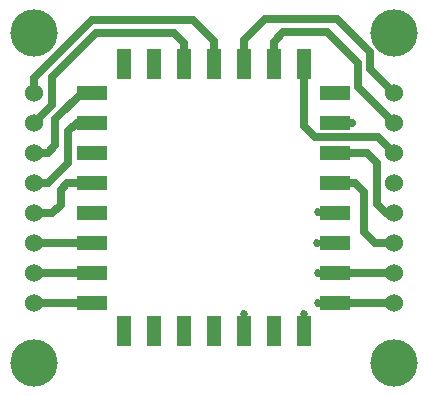
<source format=gtl>
%TF.GenerationSoftware,KiCad,Pcbnew,(5.1.9)-1*%
%TF.CreationDate,2021-12-11T15:05:51-08:00*%
%TF.ProjectId,VN-100Breakout,564e2d31-3030-4427-9265-616b6f75742e,rev?*%
%TF.SameCoordinates,Original*%
%TF.FileFunction,Copper,L1,Top*%
%TF.FilePolarity,Positive*%
%FSLAX46Y46*%
G04 Gerber Fmt 4.6, Leading zero omitted, Abs format (unit mm)*
G04 Created by KiCad (PCBNEW (5.1.9)-1) date 2021-12-11 15:05:51*
%MOMM*%
%LPD*%
G01*
G04 APERTURE LIST*
%TA.AperFunction,SMDPad,CuDef*%
%ADD10R,2.540000X1.143000*%
%TD*%
%TA.AperFunction,SMDPad,CuDef*%
%ADD11R,1.143000X2.540000*%
%TD*%
%TA.AperFunction,ComponentPad*%
%ADD12C,4.000000*%
%TD*%
%TA.AperFunction,ComponentPad*%
%ADD13C,1.524000*%
%TD*%
%TA.AperFunction,ViaPad*%
%ADD14C,0.685800*%
%TD*%
%TA.AperFunction,Conductor*%
%ADD15C,0.650000*%
%TD*%
%TA.AperFunction,Conductor*%
%ADD16C,0.762000*%
%TD*%
%TA.AperFunction,Conductor*%
%ADD17C,0.508000*%
%TD*%
G04 APERTURE END LIST*
D10*
%TO.P,U2,16*%
%TO.N,/SPI_SCK*%
X143383000Y-88900000D03*
%TO.P,U2,8*%
%TO.N,Net-(U2-Pad8)*%
X163957000Y-88900000D03*
%TO.P,U2,1*%
%TO.N,/GND*%
X163957000Y-106680000D03*
%TO.P,U2,2*%
X163957000Y-104140000D03*
%TO.P,U2,3*%
X163957000Y-101600000D03*
%TO.P,U2,4*%
X163957000Y-99060000D03*
%TO.P,U2,5*%
%TO.N,/RX2*%
X163957000Y-96520000D03*
%TO.P,U2,6*%
%TO.N,/TX2*%
X163957000Y-93980000D03*
%TO.P,U2,22*%
%TO.N,/SYNC_IN*%
X143383000Y-104140000D03*
%TO.P,U2,23*%
%TO.N,/SPI_CS*%
X143383000Y-106680000D03*
%TO.P,U2,21*%
%TO.N,/NRST*%
X143383000Y-101600000D03*
%TO.P,U2,20*%
%TO.N,Net-(U2-Pad20)*%
X143383000Y-99060000D03*
%TO.P,U2,19*%
%TO.N,/SPI_MISO*%
X143383000Y-96520000D03*
%TO.P,U2,18*%
%TO.N,Net-(U2-Pad18)*%
X143383000Y-93980000D03*
%TO.P,U2,17*%
%TO.N,/SPI_MOSI*%
X143383000Y-91440000D03*
%TO.P,U2,7*%
%TO.N,/Restore*%
X163957000Y-91440000D03*
D11*
%TO.P,U2,24*%
%TO.N,Net-(U2-Pad24)*%
X146050000Y-109093000D03*
%TO.P,U2,25*%
%TO.N,Net-(U2-Pad25)*%
X148590000Y-109093000D03*
%TO.P,U2,26*%
%TO.N,Net-(U2-Pad26)*%
X151130000Y-109093000D03*
%TO.P,U2,27*%
%TO.N,Net-(U2-Pad27)*%
X153670000Y-109093000D03*
%TO.P,U2,28*%
%TO.N,/GND*%
X156210000Y-109093000D03*
%TO.P,U2,29*%
%TO.N,Net-(U2-Pad29)*%
X158750000Y-109093000D03*
%TO.P,U2,15*%
%TO.N,Net-(U2-Pad15)*%
X146050000Y-86487000D03*
%TO.P,U2,14*%
%TO.N,Net-(U2-Pad14)*%
X148590000Y-86487000D03*
%TO.P,U2,13*%
%TO.N,/RX1*%
X151130000Y-86487000D03*
%TO.P,U2,12*%
%TO.N,/TX1*%
X153670000Y-86487000D03*
%TO.P,U2,11*%
%TO.N,/Enable*%
X156210000Y-86487000D03*
%TO.P,U2,10*%
%TO.N,/Vin*%
X158750000Y-86487000D03*
%TO.P,U2,30*%
%TO.N,/GND*%
X161290000Y-109093000D03*
%TO.P,U2,9*%
%TO.N,/SYNC_OUT*%
X161290000Y-86487000D03*
%TD*%
D12*
%TO.P,U1,*%
%TO.N,*%
X138430000Y-111760000D03*
X168910000Y-111760000D03*
X168910000Y-83820000D03*
X138430000Y-83820000D03*
D13*
%TO.P,U1,12*%
%TO.N,/TX2*%
X168910000Y-99060000D03*
%TO.P,U1,11*%
%TO.N,/RX2*%
X168910000Y-101600000D03*
%TO.P,U1,10*%
%TO.N,/GND*%
X168910000Y-104140000D03*
%TO.P,U1,9*%
X168910000Y-106680000D03*
%TO.P,U1,13*%
%TO.N,/Restore*%
X168910000Y-96520000D03*
%TO.P,U1,14*%
%TO.N,/SYNC_OUT*%
X168910000Y-93980000D03*
%TO.P,U1,15*%
%TO.N,/Vin*%
X168910000Y-91440000D03*
%TO.P,U1,16*%
%TO.N,/Enable*%
X168910000Y-88900000D03*
%TO.P,U1,1*%
%TO.N,/TX1*%
X138430000Y-88900000D03*
%TO.P,U1,8*%
%TO.N,/SPI_CS*%
X138430000Y-106680000D03*
%TO.P,U1,5*%
%TO.N,/SPI_MISO*%
X138430000Y-99060000D03*
%TO.P,U1,2*%
%TO.N,/RX1*%
X138430000Y-91440000D03*
%TO.P,U1,3*%
%TO.N,/SPI_SCK*%
X138430000Y-93980000D03*
%TO.P,U1,7*%
%TO.N,/SYNC_IN*%
X138430000Y-104140000D03*
%TO.P,U1,6*%
%TO.N,/NRST*%
X138430000Y-101600000D03*
%TO.P,U1,4*%
%TO.N,/SPI_MOSI*%
X138430000Y-96520000D03*
%TD*%
D14*
%TO.N,/Restore*%
X165404800Y-91427300D03*
%TO.N,/GND*%
X162483800Y-104127300D03*
X161302700Y-107619800D03*
X162496500Y-99021900D03*
X156215080Y-107645200D03*
X162433000Y-101600000D03*
X162483800Y-106654600D03*
%TD*%
D15*
%TO.N,/SPI_MOSI*%
X141363700Y-94805500D02*
X139649200Y-96520000D01*
X142049500Y-91440000D02*
X141363700Y-92125800D01*
X139649200Y-96520000D02*
X138430000Y-96520000D01*
X141363700Y-92125800D02*
X141363700Y-94805500D01*
X143383000Y-91440000D02*
X142049500Y-91440000D01*
%TO.N,/NRST*%
X138430000Y-101600000D02*
X143383000Y-101600000D01*
%TO.N,/SYNC_IN*%
X138430000Y-104140000D02*
X143383000Y-104140000D01*
%TO.N,/SPI_SCK*%
X139623800Y-93980000D02*
X138430000Y-93980000D01*
X140258800Y-93345000D02*
X139623800Y-93980000D01*
X140258800Y-91122500D02*
X140258800Y-93345000D01*
X142481300Y-88900000D02*
X140258800Y-91122500D01*
X143383000Y-88900000D02*
X142481300Y-88900000D01*
%TO.N,/TX1*%
X151866600Y-82727800D02*
X153670000Y-84531200D01*
X143332200Y-82727800D02*
X151866600Y-82727800D01*
X138430000Y-87630000D02*
X143332200Y-82727800D01*
X153670000Y-84531200D02*
X153670000Y-86487000D01*
X138430000Y-88900000D02*
X138430000Y-87630000D01*
D16*
%TO.N,/SPI_MISO*%
X143383000Y-96520000D02*
X143167098Y-96520000D01*
D15*
X138430000Y-99060000D02*
X140004800Y-99060000D01*
X140716000Y-97078800D02*
X141274800Y-96520000D01*
X141274800Y-96520000D02*
X143383000Y-96520000D01*
X140716000Y-98348800D02*
X140716000Y-97078800D01*
X140004800Y-99060000D02*
X140716000Y-98348800D01*
%TO.N,/SPI_CS*%
X138430000Y-106680000D02*
X143383000Y-106680000D01*
%TO.N,/RX1*%
X151130000Y-84709000D02*
X151130000Y-86487000D01*
X138430000Y-91440000D02*
X139941300Y-89928700D01*
X139941300Y-89928700D02*
X139941300Y-87591900D01*
X139941300Y-87591900D02*
X143687800Y-83845400D01*
X143687800Y-83845400D02*
X150266400Y-83845400D01*
X150266400Y-83845400D02*
X151130000Y-84709000D01*
%TO.N,/Enable*%
X156210000Y-84442300D02*
X156210000Y-86487000D01*
X157975300Y-82677000D02*
X156210000Y-84442300D01*
X164138038Y-82677000D02*
X157975300Y-82677000D01*
X166878000Y-85416962D02*
X164138038Y-82677000D01*
X166878000Y-86868000D02*
X166878000Y-85416962D01*
X168910000Y-88900000D02*
X166878000Y-86868000D01*
%TO.N,/Vin*%
X158750000Y-84567000D02*
X158750000Y-86487000D01*
X159535100Y-83781900D02*
X158750000Y-84567000D01*
X163283900Y-83781900D02*
X159535100Y-83781900D01*
X165862000Y-86360000D02*
X163283900Y-83781900D01*
X165862000Y-88392000D02*
X165862000Y-86360000D01*
X168910000Y-91440000D02*
X165862000Y-88392000D01*
%TO.N,/SYNC_OUT*%
X168910000Y-93980000D02*
X167589200Y-92659200D01*
X167589200Y-92659200D02*
X162217100Y-92659200D01*
X161290000Y-91732100D02*
X161290000Y-86487000D01*
X162217100Y-92659200D02*
X161290000Y-91732100D01*
%TO.N,/Restore*%
X163969700Y-91427300D02*
X163957000Y-91440000D01*
X165404800Y-91427300D02*
X163969700Y-91427300D01*
D17*
%TO.N,/GND*%
X156215080Y-109087920D02*
X156210000Y-109093000D01*
X156215080Y-107645200D02*
X156215080Y-109087920D01*
X161302700Y-109080300D02*
X161290000Y-109093000D01*
X161302700Y-107619800D02*
X161302700Y-109080300D01*
X163931600Y-106654600D02*
X163957000Y-106680000D01*
X162483800Y-106654600D02*
X163931600Y-106654600D01*
X163944300Y-104127300D02*
X163957000Y-104140000D01*
X162483800Y-104127300D02*
X163944300Y-104127300D01*
D15*
X163957000Y-106680000D02*
X168910000Y-106680000D01*
X168910000Y-104140000D02*
X163957000Y-104140000D01*
D17*
X163918900Y-99021900D02*
X163957000Y-99060000D01*
X162496500Y-99021900D02*
X163918900Y-99021900D01*
X162433000Y-101600000D02*
X163957000Y-101600000D01*
D15*
%TO.N,/TX2*%
X168910000Y-99060000D02*
X168236900Y-99060000D01*
X168236900Y-99060000D02*
X167462200Y-98285300D01*
X167462200Y-98285300D02*
X167462200Y-94843600D01*
X166598600Y-93980000D02*
X163957000Y-93980000D01*
X167462200Y-94843600D02*
X166598600Y-93980000D01*
%TO.N,/RX2*%
X168910000Y-101600000D02*
X167309800Y-101600000D01*
X167309800Y-101600000D02*
X166382700Y-100672900D01*
X163957000Y-96520000D02*
X165582600Y-96520000D01*
X166382700Y-97320100D02*
X166382700Y-100672900D01*
X165582600Y-96520000D02*
X166382700Y-97320100D01*
%TD*%
M02*

</source>
